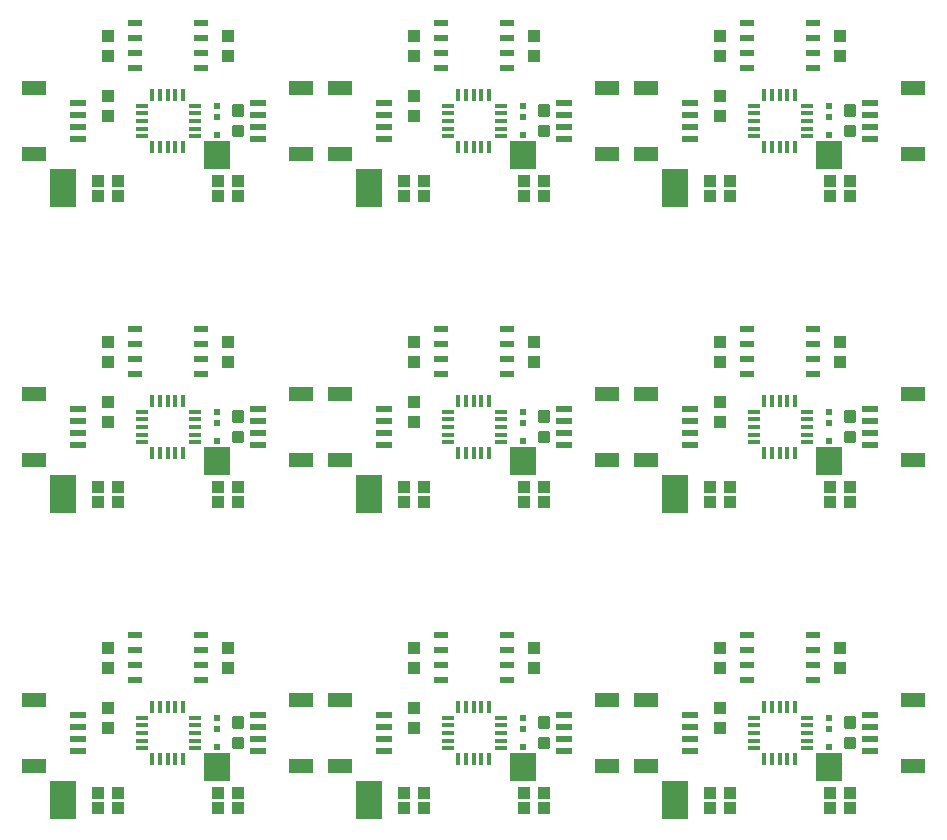
<source format=gtp>
G75*
%MOIN*%
%OFA0B0*%
%FSLAX25Y25*%
%IPPOS*%
%LPD*%
%AMOC8*
5,1,8,0,0,1.08239X$1,22.5*
%
%ADD10R,0.04331X0.03937*%
%ADD11R,0.08800X0.13000*%
%ADD12R,0.01181X0.04331*%
%ADD13R,0.04331X0.01181*%
%ADD14R,0.03937X0.04331*%
%ADD15R,0.04724X0.02362*%
%ADD16R,0.07874X0.04724*%
%ADD17R,0.05315X0.02362*%
%ADD18C,0.01181*%
%ADD19R,0.02362X0.02362*%
%ADD20R,0.08800X0.09800*%
D10*
X0099987Y0063333D03*
X0099987Y0068333D03*
X0106680Y0068333D03*
X0106680Y0063333D03*
X0139987Y0063333D03*
X0139987Y0068333D03*
X0146680Y0068333D03*
X0146680Y0063333D03*
X0201987Y0063333D03*
X0201987Y0068333D03*
X0208680Y0068333D03*
X0208680Y0063333D03*
X0241987Y0063333D03*
X0241987Y0068333D03*
X0248680Y0068333D03*
X0248680Y0063333D03*
X0303987Y0063333D03*
X0303987Y0068333D03*
X0310680Y0068333D03*
X0310680Y0063333D03*
X0343987Y0063333D03*
X0343987Y0068333D03*
X0350680Y0068333D03*
X0350680Y0063333D03*
X0350680Y0165333D03*
X0343987Y0165333D03*
X0343987Y0170333D03*
X0350680Y0170333D03*
X0310680Y0170333D03*
X0303987Y0170333D03*
X0303987Y0165333D03*
X0310680Y0165333D03*
X0248680Y0165333D03*
X0248680Y0170333D03*
X0241987Y0170333D03*
X0241987Y0165333D03*
X0208680Y0165333D03*
X0201987Y0165333D03*
X0201987Y0170333D03*
X0208680Y0170333D03*
X0146680Y0170333D03*
X0146680Y0165333D03*
X0139987Y0165333D03*
X0139987Y0170333D03*
X0106680Y0170333D03*
X0106680Y0165333D03*
X0099987Y0165333D03*
X0099987Y0170333D03*
X0099987Y0267333D03*
X0099987Y0272333D03*
X0106680Y0272333D03*
X0106680Y0267333D03*
X0139987Y0267333D03*
X0139987Y0272333D03*
X0146680Y0272333D03*
X0146680Y0267333D03*
X0201987Y0267333D03*
X0201987Y0272333D03*
X0208680Y0272333D03*
X0208680Y0267333D03*
X0241987Y0267333D03*
X0241987Y0272333D03*
X0248680Y0272333D03*
X0248680Y0267333D03*
X0303987Y0267333D03*
X0303987Y0272333D03*
X0310680Y0272333D03*
X0310680Y0267333D03*
X0343987Y0267333D03*
X0343987Y0272333D03*
X0350680Y0272333D03*
X0350680Y0267333D03*
D11*
X0292333Y0269833D03*
X0190333Y0269833D03*
X0088333Y0269833D03*
X0088333Y0167833D03*
X0190333Y0167833D03*
X0292333Y0167833D03*
X0292333Y0065833D03*
X0190333Y0065833D03*
X0088333Y0065833D03*
D12*
X0118215Y0079672D03*
X0120774Y0079672D03*
X0123333Y0079672D03*
X0125892Y0079672D03*
X0128451Y0079672D03*
X0128451Y0096995D03*
X0125892Y0096995D03*
X0123333Y0096995D03*
X0120774Y0096995D03*
X0118215Y0096995D03*
X0118215Y0181672D03*
X0120774Y0181672D03*
X0123333Y0181672D03*
X0125892Y0181672D03*
X0128451Y0181672D03*
X0128451Y0198995D03*
X0125892Y0198995D03*
X0123333Y0198995D03*
X0120774Y0198995D03*
X0118215Y0198995D03*
X0118215Y0283672D03*
X0120774Y0283672D03*
X0123333Y0283672D03*
X0125892Y0283672D03*
X0128451Y0283672D03*
X0128451Y0300995D03*
X0125892Y0300995D03*
X0123333Y0300995D03*
X0120774Y0300995D03*
X0118215Y0300995D03*
X0220215Y0300995D03*
X0222774Y0300995D03*
X0225333Y0300995D03*
X0227892Y0300995D03*
X0230451Y0300995D03*
X0230451Y0283672D03*
X0227892Y0283672D03*
X0225333Y0283672D03*
X0222774Y0283672D03*
X0220215Y0283672D03*
X0220215Y0198995D03*
X0222774Y0198995D03*
X0225333Y0198995D03*
X0227892Y0198995D03*
X0230451Y0198995D03*
X0230451Y0181672D03*
X0227892Y0181672D03*
X0225333Y0181672D03*
X0222774Y0181672D03*
X0220215Y0181672D03*
X0220215Y0096995D03*
X0222774Y0096995D03*
X0225333Y0096995D03*
X0227892Y0096995D03*
X0230451Y0096995D03*
X0230451Y0079672D03*
X0227892Y0079672D03*
X0225333Y0079672D03*
X0222774Y0079672D03*
X0220215Y0079672D03*
X0322215Y0079672D03*
X0324774Y0079672D03*
X0327333Y0079672D03*
X0329892Y0079672D03*
X0332451Y0079672D03*
X0332451Y0096995D03*
X0329892Y0096995D03*
X0327333Y0096995D03*
X0324774Y0096995D03*
X0322215Y0096995D03*
X0322215Y0181672D03*
X0324774Y0181672D03*
X0327333Y0181672D03*
X0329892Y0181672D03*
X0332451Y0181672D03*
X0332451Y0198995D03*
X0329892Y0198995D03*
X0327333Y0198995D03*
X0324774Y0198995D03*
X0322215Y0198995D03*
X0322215Y0283672D03*
X0324774Y0283672D03*
X0327333Y0283672D03*
X0329892Y0283672D03*
X0332451Y0283672D03*
X0332451Y0300995D03*
X0329892Y0300995D03*
X0327333Y0300995D03*
X0324774Y0300995D03*
X0322215Y0300995D03*
D13*
X0318672Y0297451D03*
X0318672Y0294892D03*
X0318672Y0292333D03*
X0318672Y0289774D03*
X0318672Y0287215D03*
X0336388Y0287215D03*
X0336388Y0289774D03*
X0336388Y0292333D03*
X0336388Y0294892D03*
X0336388Y0297451D03*
X0234388Y0297451D03*
X0234388Y0294892D03*
X0234388Y0292333D03*
X0234388Y0289774D03*
X0234388Y0287215D03*
X0216672Y0287215D03*
X0216672Y0289774D03*
X0216672Y0292333D03*
X0216672Y0294892D03*
X0216672Y0297451D03*
X0132388Y0297451D03*
X0132388Y0294892D03*
X0132388Y0292333D03*
X0132388Y0289774D03*
X0132388Y0287215D03*
X0114672Y0287215D03*
X0114672Y0289774D03*
X0114672Y0292333D03*
X0114672Y0294892D03*
X0114672Y0297451D03*
X0114672Y0195451D03*
X0114672Y0192892D03*
X0114672Y0190333D03*
X0114672Y0187774D03*
X0114672Y0185215D03*
X0132388Y0185215D03*
X0132388Y0187774D03*
X0132388Y0190333D03*
X0132388Y0192892D03*
X0132388Y0195451D03*
X0216672Y0195451D03*
X0216672Y0192892D03*
X0216672Y0190333D03*
X0216672Y0187774D03*
X0216672Y0185215D03*
X0234388Y0185215D03*
X0234388Y0187774D03*
X0234388Y0190333D03*
X0234388Y0192892D03*
X0234388Y0195451D03*
X0318672Y0195451D03*
X0318672Y0192892D03*
X0318672Y0190333D03*
X0318672Y0187774D03*
X0318672Y0185215D03*
X0336388Y0185215D03*
X0336388Y0187774D03*
X0336388Y0190333D03*
X0336388Y0192892D03*
X0336388Y0195451D03*
X0336388Y0093451D03*
X0336388Y0090892D03*
X0336388Y0088333D03*
X0336388Y0085774D03*
X0336388Y0083215D03*
X0318672Y0083215D03*
X0318672Y0085774D03*
X0318672Y0088333D03*
X0318672Y0090892D03*
X0318672Y0093451D03*
X0234388Y0093451D03*
X0234388Y0090892D03*
X0234388Y0088333D03*
X0234388Y0085774D03*
X0234388Y0083215D03*
X0216672Y0083215D03*
X0216672Y0085774D03*
X0216672Y0088333D03*
X0216672Y0090892D03*
X0216672Y0093451D03*
X0132388Y0093451D03*
X0132388Y0090892D03*
X0132388Y0088333D03*
X0132388Y0085774D03*
X0132388Y0083215D03*
X0114672Y0083215D03*
X0114672Y0085774D03*
X0114672Y0088333D03*
X0114672Y0090892D03*
X0114672Y0093451D03*
D14*
X0103333Y0096680D03*
X0103333Y0089987D03*
X0103333Y0109987D03*
X0103333Y0116680D03*
X0143333Y0116680D03*
X0143333Y0109987D03*
X0205333Y0109987D03*
X0205333Y0116680D03*
X0205333Y0096680D03*
X0205333Y0089987D03*
X0245333Y0109987D03*
X0245333Y0116680D03*
X0307333Y0116680D03*
X0307333Y0109987D03*
X0307333Y0096680D03*
X0307333Y0089987D03*
X0347333Y0109987D03*
X0347333Y0116680D03*
X0307333Y0191987D03*
X0307333Y0198680D03*
X0307333Y0211987D03*
X0307333Y0218680D03*
X0347333Y0218680D03*
X0347333Y0211987D03*
X0307333Y0293987D03*
X0307333Y0300680D03*
X0307333Y0313987D03*
X0307333Y0320680D03*
X0347333Y0320680D03*
X0347333Y0313987D03*
X0245333Y0313987D03*
X0245333Y0320680D03*
X0205333Y0320680D03*
X0205333Y0313987D03*
X0205333Y0300680D03*
X0205333Y0293987D03*
X0143333Y0313987D03*
X0143333Y0320680D03*
X0103333Y0320680D03*
X0103333Y0313987D03*
X0103333Y0300680D03*
X0103333Y0293987D03*
X0103333Y0218680D03*
X0103333Y0211987D03*
X0103333Y0198680D03*
X0103333Y0191987D03*
X0143333Y0211987D03*
X0143333Y0218680D03*
X0205333Y0218680D03*
X0205333Y0211987D03*
X0205333Y0198680D03*
X0205333Y0191987D03*
X0245333Y0211987D03*
X0245333Y0218680D03*
D15*
X0236357Y0217833D03*
X0236357Y0212833D03*
X0236357Y0207833D03*
X0236357Y0222833D03*
X0214310Y0222833D03*
X0214310Y0217833D03*
X0214310Y0212833D03*
X0214310Y0207833D03*
X0134357Y0207833D03*
X0134357Y0212833D03*
X0134357Y0217833D03*
X0134357Y0222833D03*
X0112310Y0222833D03*
X0112310Y0217833D03*
X0112310Y0212833D03*
X0112310Y0207833D03*
X0112310Y0120833D03*
X0112310Y0115833D03*
X0112310Y0110833D03*
X0112310Y0105833D03*
X0134357Y0105833D03*
X0134357Y0110833D03*
X0134357Y0115833D03*
X0134357Y0120833D03*
X0214310Y0120833D03*
X0214310Y0115833D03*
X0214310Y0110833D03*
X0214310Y0105833D03*
X0236357Y0105833D03*
X0236357Y0110833D03*
X0236357Y0115833D03*
X0236357Y0120833D03*
X0316310Y0120833D03*
X0316310Y0115833D03*
X0316310Y0110833D03*
X0316310Y0105833D03*
X0338357Y0105833D03*
X0338357Y0110833D03*
X0338357Y0115833D03*
X0338357Y0120833D03*
X0338357Y0207833D03*
X0338357Y0212833D03*
X0338357Y0217833D03*
X0338357Y0222833D03*
X0316310Y0222833D03*
X0316310Y0217833D03*
X0316310Y0212833D03*
X0316310Y0207833D03*
X0316310Y0309833D03*
X0316310Y0314833D03*
X0316310Y0319833D03*
X0316310Y0324833D03*
X0338357Y0324833D03*
X0338357Y0319833D03*
X0338357Y0314833D03*
X0338357Y0309833D03*
X0236357Y0309833D03*
X0236357Y0314833D03*
X0236357Y0319833D03*
X0236357Y0324833D03*
X0214310Y0324833D03*
X0214310Y0319833D03*
X0214310Y0314833D03*
X0214310Y0309833D03*
X0134357Y0309833D03*
X0134357Y0314833D03*
X0134357Y0319833D03*
X0134357Y0324833D03*
X0112310Y0324833D03*
X0112310Y0319833D03*
X0112310Y0314833D03*
X0112310Y0309833D03*
D16*
X0078865Y0077310D03*
X0078865Y0099357D03*
X0078865Y0179310D03*
X0078865Y0201357D03*
X0078865Y0281310D03*
X0078865Y0303357D03*
X0167802Y0303357D03*
X0180865Y0303357D03*
X0180865Y0281310D03*
X0167802Y0281310D03*
X0167802Y0201357D03*
X0180865Y0201357D03*
X0180865Y0179310D03*
X0167802Y0179310D03*
X0167802Y0099357D03*
X0180865Y0099357D03*
X0180865Y0077310D03*
X0167802Y0077310D03*
X0269802Y0077310D03*
X0282865Y0077310D03*
X0282865Y0099357D03*
X0269802Y0099357D03*
X0269802Y0179310D03*
X0282865Y0179310D03*
X0282865Y0201357D03*
X0269802Y0201357D03*
X0269802Y0281310D03*
X0282865Y0281310D03*
X0282865Y0303357D03*
X0269802Y0303357D03*
X0371802Y0303357D03*
X0371802Y0281310D03*
X0371802Y0201357D03*
X0371802Y0179310D03*
X0371802Y0099357D03*
X0371802Y0077310D03*
D17*
X0357333Y0082428D03*
X0357333Y0086365D03*
X0357333Y0090302D03*
X0357333Y0094239D03*
X0297333Y0094239D03*
X0297333Y0090302D03*
X0297333Y0086365D03*
X0297333Y0082428D03*
X0255333Y0082428D03*
X0255333Y0086365D03*
X0255333Y0090302D03*
X0255333Y0094239D03*
X0195333Y0094239D03*
X0195333Y0090302D03*
X0195333Y0086365D03*
X0195333Y0082428D03*
X0153333Y0082428D03*
X0153333Y0086365D03*
X0153333Y0090302D03*
X0153333Y0094239D03*
X0093333Y0094239D03*
X0093333Y0090302D03*
X0093333Y0086365D03*
X0093333Y0082428D03*
X0093333Y0184428D03*
X0093333Y0188365D03*
X0093333Y0192302D03*
X0093333Y0196239D03*
X0153333Y0196239D03*
X0153333Y0192302D03*
X0153333Y0188365D03*
X0153333Y0184428D03*
X0195333Y0184428D03*
X0195333Y0188365D03*
X0195333Y0192302D03*
X0195333Y0196239D03*
X0255333Y0196239D03*
X0255333Y0192302D03*
X0255333Y0188365D03*
X0255333Y0184428D03*
X0297333Y0184428D03*
X0297333Y0188365D03*
X0297333Y0192302D03*
X0297333Y0196239D03*
X0357333Y0196239D03*
X0357333Y0192302D03*
X0357333Y0188365D03*
X0357333Y0184428D03*
X0357333Y0286428D03*
X0357333Y0290365D03*
X0357333Y0294302D03*
X0357333Y0298239D03*
X0297333Y0298239D03*
X0297333Y0294302D03*
X0297333Y0290365D03*
X0297333Y0286428D03*
X0255333Y0286428D03*
X0255333Y0290365D03*
X0255333Y0294302D03*
X0255333Y0298239D03*
X0195333Y0298239D03*
X0195333Y0294302D03*
X0195333Y0290365D03*
X0195333Y0286428D03*
X0153333Y0286428D03*
X0153333Y0290365D03*
X0153333Y0294302D03*
X0153333Y0298239D03*
X0093333Y0298239D03*
X0093333Y0294302D03*
X0093333Y0290365D03*
X0093333Y0286428D03*
D18*
X0145455Y0287503D02*
X0148211Y0287503D01*
X0145455Y0287503D02*
X0145455Y0290259D01*
X0148211Y0290259D01*
X0148211Y0287503D01*
X0148211Y0288683D02*
X0145455Y0288683D01*
X0145455Y0289863D02*
X0148211Y0289863D01*
X0148211Y0294408D02*
X0145455Y0294408D01*
X0145455Y0297164D01*
X0148211Y0297164D01*
X0148211Y0294408D01*
X0148211Y0295588D02*
X0145455Y0295588D01*
X0145455Y0296768D02*
X0148211Y0296768D01*
X0247455Y0294408D02*
X0250211Y0294408D01*
X0247455Y0294408D02*
X0247455Y0297164D01*
X0250211Y0297164D01*
X0250211Y0294408D01*
X0250211Y0295588D02*
X0247455Y0295588D01*
X0247455Y0296768D02*
X0250211Y0296768D01*
X0250211Y0287503D02*
X0247455Y0287503D01*
X0247455Y0290259D01*
X0250211Y0290259D01*
X0250211Y0287503D01*
X0250211Y0288683D02*
X0247455Y0288683D01*
X0247455Y0289863D02*
X0250211Y0289863D01*
X0349455Y0287503D02*
X0352211Y0287503D01*
X0349455Y0287503D02*
X0349455Y0290259D01*
X0352211Y0290259D01*
X0352211Y0287503D01*
X0352211Y0288683D02*
X0349455Y0288683D01*
X0349455Y0289863D02*
X0352211Y0289863D01*
X0352211Y0294408D02*
X0349455Y0294408D01*
X0349455Y0297164D01*
X0352211Y0297164D01*
X0352211Y0294408D01*
X0352211Y0295588D02*
X0349455Y0295588D01*
X0349455Y0296768D02*
X0352211Y0296768D01*
X0352211Y0192408D02*
X0349455Y0192408D01*
X0349455Y0195164D01*
X0352211Y0195164D01*
X0352211Y0192408D01*
X0352211Y0193588D02*
X0349455Y0193588D01*
X0349455Y0194768D02*
X0352211Y0194768D01*
X0352211Y0185503D02*
X0349455Y0185503D01*
X0349455Y0188259D01*
X0352211Y0188259D01*
X0352211Y0185503D01*
X0352211Y0186683D02*
X0349455Y0186683D01*
X0349455Y0187863D02*
X0352211Y0187863D01*
X0352211Y0090408D02*
X0349455Y0090408D01*
X0349455Y0093164D01*
X0352211Y0093164D01*
X0352211Y0090408D01*
X0352211Y0091588D02*
X0349455Y0091588D01*
X0349455Y0092768D02*
X0352211Y0092768D01*
X0352211Y0083503D02*
X0349455Y0083503D01*
X0349455Y0086259D01*
X0352211Y0086259D01*
X0352211Y0083503D01*
X0352211Y0084683D02*
X0349455Y0084683D01*
X0349455Y0085863D02*
X0352211Y0085863D01*
X0250211Y0083503D02*
X0247455Y0083503D01*
X0247455Y0086259D01*
X0250211Y0086259D01*
X0250211Y0083503D01*
X0250211Y0084683D02*
X0247455Y0084683D01*
X0247455Y0085863D02*
X0250211Y0085863D01*
X0250211Y0090408D02*
X0247455Y0090408D01*
X0247455Y0093164D01*
X0250211Y0093164D01*
X0250211Y0090408D01*
X0250211Y0091588D02*
X0247455Y0091588D01*
X0247455Y0092768D02*
X0250211Y0092768D01*
X0250211Y0185503D02*
X0247455Y0185503D01*
X0247455Y0188259D01*
X0250211Y0188259D01*
X0250211Y0185503D01*
X0250211Y0186683D02*
X0247455Y0186683D01*
X0247455Y0187863D02*
X0250211Y0187863D01*
X0250211Y0192408D02*
X0247455Y0192408D01*
X0247455Y0195164D01*
X0250211Y0195164D01*
X0250211Y0192408D01*
X0250211Y0193588D02*
X0247455Y0193588D01*
X0247455Y0194768D02*
X0250211Y0194768D01*
X0148211Y0192408D02*
X0145455Y0192408D01*
X0145455Y0195164D01*
X0148211Y0195164D01*
X0148211Y0192408D01*
X0148211Y0193588D02*
X0145455Y0193588D01*
X0145455Y0194768D02*
X0148211Y0194768D01*
X0148211Y0185503D02*
X0145455Y0185503D01*
X0145455Y0188259D01*
X0148211Y0188259D01*
X0148211Y0185503D01*
X0148211Y0186683D02*
X0145455Y0186683D01*
X0145455Y0187863D02*
X0148211Y0187863D01*
X0148211Y0090408D02*
X0145455Y0090408D01*
X0145455Y0093164D01*
X0148211Y0093164D01*
X0148211Y0090408D01*
X0148211Y0091588D02*
X0145455Y0091588D01*
X0145455Y0092768D02*
X0148211Y0092768D01*
X0148211Y0083503D02*
X0145455Y0083503D01*
X0145455Y0086259D01*
X0148211Y0086259D01*
X0148211Y0083503D01*
X0148211Y0084683D02*
X0145455Y0084683D01*
X0145455Y0085863D02*
X0148211Y0085863D01*
D19*
X0139833Y0083609D03*
X0139833Y0089514D03*
X0139833Y0093451D03*
X0139833Y0185609D03*
X0139833Y0191514D03*
X0139833Y0195451D03*
X0139833Y0287609D03*
X0139833Y0293514D03*
X0139833Y0297451D03*
X0241833Y0297451D03*
X0241833Y0293514D03*
X0241833Y0287609D03*
X0241833Y0195451D03*
X0241833Y0191514D03*
X0241833Y0185609D03*
X0241833Y0093451D03*
X0241833Y0089514D03*
X0241833Y0083609D03*
X0343833Y0083609D03*
X0343833Y0089514D03*
X0343833Y0093451D03*
X0343833Y0185609D03*
X0343833Y0191514D03*
X0343833Y0195451D03*
X0343833Y0287609D03*
X0343833Y0293514D03*
X0343833Y0297451D03*
D20*
X0343833Y0280833D03*
X0241833Y0280833D03*
X0139833Y0280833D03*
X0139833Y0178833D03*
X0241833Y0178833D03*
X0343833Y0178833D03*
X0343833Y0076833D03*
X0241833Y0076833D03*
X0139833Y0076833D03*
M02*

</source>
